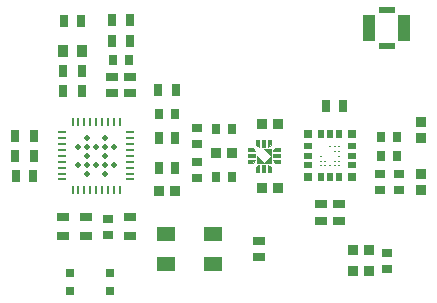
<source format=gbr>
%TF.GenerationSoftware,KiCad,Pcbnew,5.1.10-88a1d61d58~88~ubuntu20.04.1*%
%TF.CreationDate,2021-05-31T18:28:43-04:00*%
%TF.ProjectId,ta-comm-401,74612d63-6f6d-46d2-9d34-30312e6b6963,rev?*%
%TF.SameCoordinates,Original*%
%TF.FileFunction,Paste,Top*%
%TF.FilePolarity,Positive*%
%FSLAX46Y46*%
G04 Gerber Fmt 4.6, Leading zero omitted, Abs format (unit mm)*
G04 Created by KiCad (PCBNEW 5.1.10-88a1d61d58~88~ubuntu20.04.1) date 2021-05-31 18:28:43*
%MOMM*%
%LPD*%
G01*
G04 APERTURE LIST*
%ADD10C,0.500000*%
%ADD11C,0.025000*%
%ADD12C,0.200000*%
%ADD13R,0.780000X0.990000*%
%ADD14R,0.940000X0.800000*%
%ADD15R,0.830000X0.960000*%
%ADD16R,0.990000X0.780000*%
%ADD17R,0.800000X0.940000*%
%ADD18R,0.960000X0.830000*%
%ADD19R,0.950000X1.000000*%
%ADD20R,0.760000X0.260000*%
%ADD21R,0.260000X0.760000*%
%ADD22R,0.750000X0.750000*%
%ADD23R,0.750000X0.500000*%
%ADD24R,0.500000X0.750000*%
%ADD25R,1.400000X0.600000*%
%ADD26R,1.050000X2.200000*%
%ADD27R,0.800000X0.800000*%
%ADD28R,0.800000X1.000000*%
%ADD29R,1.000000X0.800000*%
%ADD30R,1.600000X1.300000*%
G04 APERTURE END LIST*
D10*
%TO.C,IC1*%
X142949000Y-109500000D02*
X142951000Y-109500000D01*
X142949000Y-108000000D02*
X142951000Y-108000000D01*
X141449000Y-109500000D02*
X141451000Y-109500000D01*
X141449000Y-108000000D02*
X141451000Y-108000000D01*
X143699000Y-108750000D02*
X143701000Y-108750000D01*
X142199000Y-108750000D02*
X142201000Y-108750000D01*
X142949000Y-108750000D02*
X142951000Y-108750000D01*
X141449000Y-108750000D02*
X141451000Y-108750000D01*
X140699000Y-108750000D02*
X140701000Y-108750000D01*
X142949000Y-106500000D02*
X142951000Y-106500000D01*
X141449000Y-106500000D02*
X141451000Y-106500000D01*
X143699000Y-107250000D02*
X143701000Y-107250000D01*
X142949000Y-107250000D02*
X142951000Y-107250000D01*
X142199000Y-107250000D02*
X142201000Y-107250000D01*
X141449000Y-107250000D02*
X141451000Y-107250000D01*
X140699000Y-107250000D02*
X140701000Y-107250000D01*
D11*
%TO.C,IC2*%
G36*
X155633000Y-107625000D02*
G01*
X155050000Y-107625000D01*
X155050000Y-107375000D01*
X155483000Y-107375000D01*
X155633000Y-107625000D01*
G37*
X155633000Y-107625000D02*
X155050000Y-107625000D01*
X155050000Y-107375000D01*
X155483000Y-107375000D01*
X155633000Y-107625000D01*
G36*
X155630000Y-107875000D02*
G01*
X155050000Y-107875000D01*
X155050000Y-108125000D01*
X155630000Y-108125000D01*
X155630000Y-107875000D01*
G37*
X155630000Y-107875000D02*
X155050000Y-107875000D01*
X155050000Y-108125000D01*
X155630000Y-108125000D01*
X155630000Y-107875000D01*
G36*
X155633000Y-108375000D02*
G01*
X155050000Y-108375000D01*
X155050000Y-108625000D01*
X155483000Y-108625000D01*
X155633000Y-108375000D01*
G37*
X155633000Y-108375000D02*
X155050000Y-108375000D01*
X155050000Y-108625000D01*
X155483000Y-108625000D01*
X155633000Y-108375000D01*
G36*
X156025000Y-107233000D02*
G01*
X156025000Y-106650000D01*
X155775000Y-106650000D01*
X155775000Y-107083000D01*
X156025000Y-107233000D01*
G37*
X156025000Y-107233000D02*
X156025000Y-106650000D01*
X155775000Y-106650000D01*
X155775000Y-107083000D01*
X156025000Y-107233000D01*
G36*
X156525000Y-107230000D02*
G01*
X156525000Y-106650000D01*
X156275000Y-106650000D01*
X156275000Y-107230000D01*
X156525000Y-107230000D01*
G37*
X156525000Y-107230000D02*
X156525000Y-106650000D01*
X156275000Y-106650000D01*
X156275000Y-107230000D01*
X156525000Y-107230000D01*
G36*
X156775000Y-107233000D02*
G01*
X156775000Y-106650000D01*
X157025000Y-106650000D01*
X157025000Y-107083000D01*
X156775000Y-107233000D01*
G37*
X156775000Y-107233000D02*
X156775000Y-106650000D01*
X157025000Y-106650000D01*
X157025000Y-107083000D01*
X156775000Y-107233000D01*
G36*
X156025000Y-108775000D02*
G01*
X156025000Y-109358000D01*
X155775000Y-109358000D01*
X155775000Y-108925000D01*
X156025000Y-108775000D01*
G37*
X156025000Y-108775000D02*
X156025000Y-109358000D01*
X155775000Y-109358000D01*
X155775000Y-108925000D01*
X156025000Y-108775000D01*
G36*
X156525000Y-109355000D02*
G01*
X156525000Y-108775000D01*
X156275000Y-108775000D01*
X156275000Y-109355000D01*
X156525000Y-109355000D01*
G37*
X156525000Y-109355000D02*
X156525000Y-108775000D01*
X156275000Y-108775000D01*
X156275000Y-109355000D01*
X156525000Y-109355000D01*
G36*
X156775000Y-108775000D02*
G01*
X156775000Y-109358000D01*
X157025000Y-109358000D01*
X157025000Y-108925000D01*
X156775000Y-108775000D01*
G37*
X156775000Y-108775000D02*
X156775000Y-109358000D01*
X157025000Y-109358000D01*
X157025000Y-108925000D01*
X156775000Y-108775000D01*
G36*
X157167000Y-107625000D02*
G01*
X157750000Y-107625000D01*
X157750000Y-107375000D01*
X157317000Y-107375000D01*
X157167000Y-107625000D01*
G37*
X157167000Y-107625000D02*
X157750000Y-107625000D01*
X157750000Y-107375000D01*
X157317000Y-107375000D01*
X157167000Y-107625000D01*
G36*
X157750000Y-107875000D02*
G01*
X157170000Y-107875000D01*
X157170000Y-108125000D01*
X157750000Y-108125000D01*
X157750000Y-107875000D01*
G37*
X157750000Y-107875000D02*
X157170000Y-107875000D01*
X157170000Y-108125000D01*
X157750000Y-108125000D01*
X157750000Y-107875000D01*
G36*
X157167000Y-108375000D02*
G01*
X157750000Y-108375000D01*
X157750000Y-108625000D01*
X157317000Y-108625000D01*
X157167000Y-108375000D01*
G37*
X157167000Y-108375000D02*
X157750000Y-108375000D01*
X157750000Y-108625000D01*
X157317000Y-108625000D01*
X157167000Y-108375000D01*
G36*
X156375000Y-108575000D02*
G01*
X155825000Y-108575000D01*
X155825000Y-108025000D01*
X156375000Y-108575000D01*
G37*
X156375000Y-108575000D02*
X155825000Y-108575000D01*
X155825000Y-108025000D01*
X156375000Y-108575000D01*
G36*
X156975000Y-108025000D02*
G01*
X156975000Y-108575000D01*
X156425000Y-108575000D01*
X156975000Y-108025000D01*
G37*
X156975000Y-108025000D02*
X156975000Y-108575000D01*
X156425000Y-108575000D01*
X156975000Y-108025000D01*
G36*
X156425000Y-107425000D02*
G01*
X156975000Y-107425000D01*
X156975000Y-107975000D01*
X156425000Y-107425000D01*
G37*
X156425000Y-107425000D02*
X156975000Y-107425000D01*
X156975000Y-107975000D01*
X156425000Y-107425000D01*
D12*
%TO.C,IC3*%
X161999000Y-107200000D02*
X162001000Y-107200000D01*
X162399000Y-107600000D02*
X162401000Y-107600000D01*
X162399000Y-107200000D02*
X162401000Y-107200000D01*
X162799000Y-107200000D02*
X162801000Y-107200000D01*
X162799000Y-107600000D02*
X162801000Y-107600000D01*
X162799000Y-108000000D02*
X162801000Y-108000000D01*
X162799000Y-108400000D02*
X162801000Y-108400000D01*
X162399000Y-108400000D02*
X162401000Y-108400000D01*
X161199000Y-108000000D02*
X161201000Y-108000000D01*
X161599000Y-108400000D02*
X161601000Y-108400000D01*
X161199000Y-108400000D02*
X161201000Y-108400000D01*
X162799000Y-108800000D02*
X162801000Y-108800000D01*
X162399000Y-108800000D02*
X162401000Y-108800000D01*
X161999000Y-108800000D02*
X162001000Y-108800000D01*
X161599000Y-108800000D02*
X161601000Y-108800000D01*
X161199000Y-108800000D02*
X161201000Y-108800000D01*
%TD*%
D13*
%TO.C,C17*%
X161700000Y-103800000D03*
X163100000Y-103800000D03*
%TD*%
D14*
%TO.C,C21*%
X166200000Y-109530000D03*
X166200000Y-110870000D03*
%TD*%
D15*
%TO.C,C13*%
X152320000Y-107750000D03*
X153680000Y-107750000D03*
%TD*%
D13*
%TO.C,C2*%
X140900000Y-96570000D03*
X139500000Y-96570000D03*
%TD*%
D16*
%TO.C,C14*%
X156000000Y-116600000D03*
X156000000Y-115200000D03*
%TD*%
D15*
%TO.C,C10*%
X148880000Y-111000000D03*
X147520000Y-111000000D03*
%TD*%
D17*
%TO.C,C12*%
X152330000Y-109800000D03*
X153670000Y-109800000D03*
%TD*%
D14*
%TO.C,C11*%
X150700000Y-106970000D03*
X150700000Y-105630000D03*
%TD*%
D13*
%TO.C,C8*%
X147500000Y-106500000D03*
X148900000Y-106500000D03*
%TD*%
D14*
%TO.C,C6*%
X143200000Y-113330000D03*
X143200000Y-114670000D03*
%TD*%
D16*
%TO.C,C4*%
X143500000Y-102700000D03*
X143500000Y-101300000D03*
%TD*%
D17*
%TO.C,C3*%
X143630000Y-99900000D03*
X144970000Y-99900000D03*
%TD*%
D13*
%TO.C,C1*%
X136840000Y-109700000D03*
X135440000Y-109700000D03*
%TD*%
D16*
%TO.C,C5*%
X145100000Y-102700000D03*
X145100000Y-101300000D03*
%TD*%
D17*
%TO.C,C7*%
X147530000Y-104500000D03*
X148870000Y-104500000D03*
%TD*%
D13*
%TO.C,C9*%
X147500000Y-109000000D03*
X148900000Y-109000000D03*
%TD*%
D15*
%TO.C,C15*%
X156220000Y-105300000D03*
X157580000Y-105300000D03*
%TD*%
%TO.C,C16*%
X156220000Y-110700000D03*
X157580000Y-110700000D03*
%TD*%
D16*
%TO.C,C19*%
X162800000Y-112100000D03*
X162800000Y-113500000D03*
%TD*%
%TO.C,C18*%
X161200000Y-112100000D03*
X161200000Y-113500000D03*
%TD*%
D17*
%TO.C,C20*%
X166330000Y-106400000D03*
X167670000Y-106400000D03*
%TD*%
D14*
%TO.C,C22*%
X167800000Y-109530000D03*
X167800000Y-110870000D03*
%TD*%
D18*
%TO.C,C23*%
X169700000Y-106480000D03*
X169700000Y-105120000D03*
%TD*%
%TO.C,C24*%
X169700000Y-109520000D03*
X169700000Y-110880000D03*
%TD*%
D15*
%TO.C,C25*%
X165280000Y-116000000D03*
X163920000Y-116000000D03*
%TD*%
%TO.C,C26*%
X165280000Y-117780000D03*
X163920000Y-117780000D03*
%TD*%
D19*
%TO.C,FB1*%
X139400000Y-99110000D03*
X141000000Y-99110000D03*
%TD*%
D20*
%TO.C,IC1*%
X139300000Y-106000000D03*
X139300000Y-106500000D03*
X139300000Y-107000000D03*
X139300000Y-107500000D03*
X139300000Y-108000000D03*
X139300000Y-108500000D03*
X139300000Y-109000000D03*
X139300000Y-109500000D03*
X139300000Y-110000000D03*
D21*
X140200000Y-110900000D03*
X140700000Y-110900000D03*
X141200000Y-110900000D03*
X141700000Y-110900000D03*
X142200000Y-110900000D03*
X142700000Y-110900000D03*
X143200000Y-110900000D03*
X143700000Y-110900000D03*
X144200000Y-110900000D03*
D20*
X145100000Y-110000000D03*
X145100000Y-109500000D03*
X145100000Y-109000000D03*
X145100000Y-108500000D03*
X145100000Y-108000000D03*
X145100000Y-107500000D03*
X145100000Y-107000000D03*
X145100000Y-106500000D03*
X145100000Y-106000000D03*
D21*
X144200000Y-105100000D03*
X143700000Y-105100000D03*
X143200000Y-105100000D03*
X142700000Y-105100000D03*
X142200000Y-105100000D03*
X141700000Y-105100000D03*
X141200000Y-105100000D03*
X140700000Y-105100000D03*
X140200000Y-105100000D03*
%TD*%
D22*
%TO.C,IC3*%
X160175000Y-106175000D03*
D23*
X160175000Y-107200000D03*
X160175000Y-108000000D03*
X160175000Y-108800000D03*
D22*
X160175000Y-109825000D03*
D24*
X161200000Y-109825000D03*
X162000000Y-109825000D03*
X162800000Y-109825000D03*
D22*
X163825000Y-109825000D03*
D23*
X163825000Y-108800000D03*
X163825000Y-108000000D03*
X163825000Y-107200000D03*
D22*
X163825000Y-106175000D03*
D24*
X162800000Y-106175000D03*
X162000000Y-106175000D03*
X161200000Y-106175000D03*
%TD*%
D25*
%TO.C,J8*%
X166800000Y-98725000D03*
D26*
X168275000Y-97200000D03*
D25*
X166800000Y-95675000D03*
D26*
X165325000Y-97200000D03*
%TD*%
D14*
%TO.C,L1*%
X150700000Y-108530000D03*
X150700000Y-109870000D03*
%TD*%
D17*
%TO.C,L2*%
X152330000Y-105700000D03*
X153670000Y-105700000D03*
%TD*%
%TO.C,L3*%
X166330000Y-108000000D03*
X167670000Y-108000000D03*
%TD*%
D14*
%TO.C,L4*%
X166800000Y-116220000D03*
X166800000Y-117560000D03*
%TD*%
D27*
%TO.C,LED1*%
X140000000Y-119450000D03*
X140000000Y-117950000D03*
%TD*%
%TO.C,LED2*%
X143400000Y-119450000D03*
X143400000Y-117950000D03*
%TD*%
D28*
%TO.C,R1*%
X136940000Y-106300000D03*
X135340000Y-106300000D03*
%TD*%
%TO.C,R2*%
X136940000Y-108000000D03*
X135340000Y-108000000D03*
%TD*%
D29*
%TO.C,R5*%
X139400000Y-113200000D03*
X139400000Y-114800000D03*
%TD*%
%TO.C,R6*%
X141300000Y-113200000D03*
X141300000Y-114800000D03*
%TD*%
D28*
%TO.C,R3*%
X141000000Y-100800000D03*
X139400000Y-100800000D03*
%TD*%
%TO.C,R4*%
X141000000Y-102500000D03*
X139400000Y-102500000D03*
%TD*%
%TO.C,R8*%
X145100000Y-98300000D03*
X143500000Y-98300000D03*
%TD*%
D29*
%TO.C,R9*%
X145100000Y-113200000D03*
X145100000Y-114800000D03*
%TD*%
D28*
%TO.C,R10*%
X147400000Y-102400000D03*
X149000000Y-102400000D03*
%TD*%
%TO.C,R7*%
X143500000Y-96500000D03*
X145100000Y-96500000D03*
%TD*%
D30*
%TO.C,Y1*%
X152100000Y-114650000D03*
X148100000Y-114650000D03*
X148100000Y-117150000D03*
X152100000Y-117150000D03*
%TD*%
M02*

</source>
